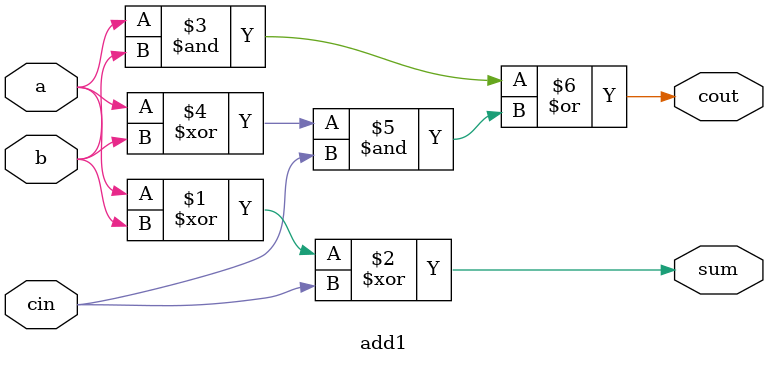
<source format=v>
module top_module (input [31:0] a,
                   input [31:0] b,
                   output [31:0] sum);
wire[15:0] low_cout, high_cout;
reg [15:0] zeros = '0;
add16 add_lo(a[15:0], b[15:0],  zeros, sum[15:0], low_cout);
add16 add_hi(a[31:16],b[31:16], low_cout, sum[31:16], high_cout);
endmodule

module add1 (input a, input b, input cin,   output sum, output cout);
    assign sum  = a ^ b ^ cin;
    assign cout = (a&b)|((a ^ b)& cin);
endmodule

</source>
